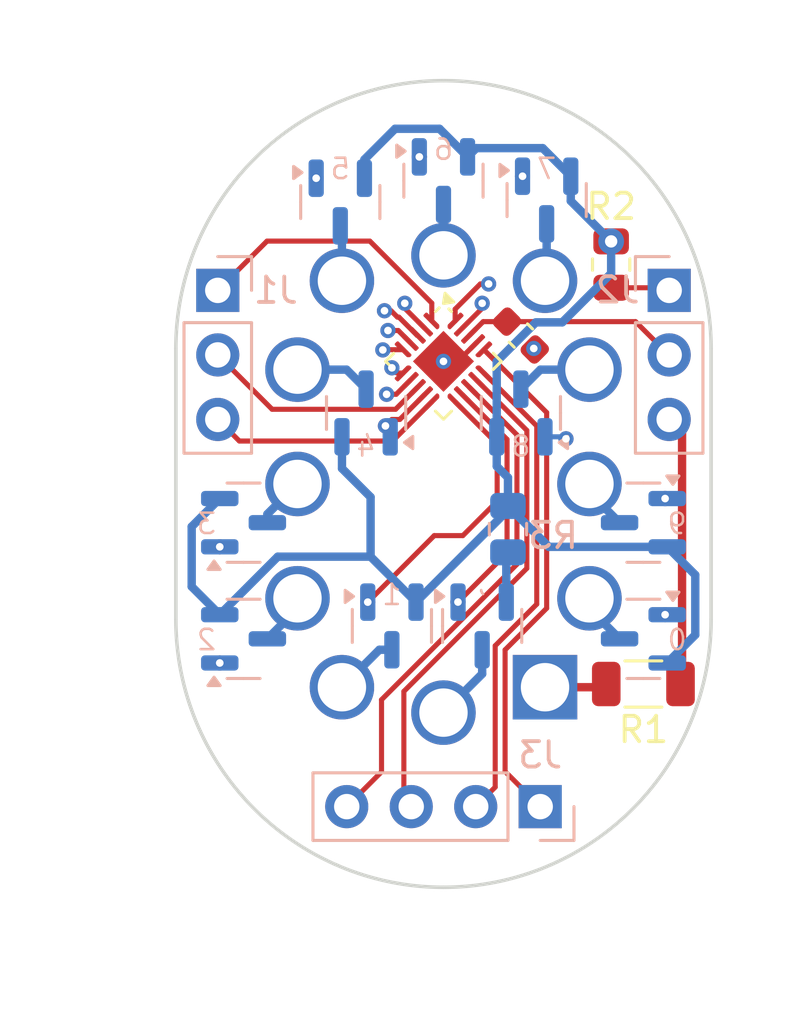
<source format=kicad_pcb>
(kicad_pcb (version 20240108) (generator "pcbnew") (generator_version "8.0")
  (layers (0 "F.Cu" signal) (1 "In1.Cu" signal) (2 "In2.Cu" signal) (31 "B.Cu" signal) (34 "B.Paste" user) (35 "F.Paste" user) (36 "B.SilkS" user "B.Silkscreen") (37 "F.SilkS" user "F.Silkscreen") (38 "B.Mask" user) (39 "F.Mask" user) (44 "Edge.Cuts" user))
  (net 0 "")
  (net 1 "GND")
  (net 2 "N_GND")
  (net 3 "/~{MCLR}")
  (net 4 "/ADDR1{slash}CLK")
  (net 5 "/ADDR0{slash}DAT")
  (net 6 "/Cathode_0")
  (net 7 "/Cathode_1")
  (net 8 "/Driver_1")
  (net 9 "/Cathode_2")
  (net 10 "/Driver_2")
  (net 11 "/Cathode_3")
  (net 12 "/Cathode_4")
  (net 13 "/Driver_5")
  (net 14 "/Cathode_6")
  (net 15 "/Cathode_7")
  (net 16 "/Driver_8")
  (net 17 "/Cathode_9")
  (net 18 "/Cathode_Dot")
  (net 19 "/Driver_9")
  (net 20 "/Driver_Dot")
  (net 21 "/Driver_0")
  (net 22 "/Driver_3")
  (net 23 "/Driver_6")
  (net 24 "/Driver_4")
  (net 25 "/Driver_7")
  (net 26 "Vdd")
  (net 27 "Vnn")
  (net 28 "/Cathode_8")
  (net 29 "Net-(V1-V+)")
  (net 30 "/Cathode_5")
  (net 31 "/SCL")
  (net 32 "/SDA")
  (net 33 "Net-(Q10-E)")
  (net 34 "/ADDR2")
  (net 35 "/ADDR3")
  (footprint "Package_DFN_QFN:VQFN-20-1EP_3x3mm_P0.4mm_EP1.7x1.7mm" (layer "F.Cu") (at 152.4 96.774 -45)
    (property "Reference" "U1" (hide yes))
    (property "Value" "PIC16F15243")
    (fp_line (start -1.61 1.61) (end -1.61 1.16) (stroke (width 0.12)) (layer "F.SilkS"))
    (fp_line (start -1.16 1.61) (end -1.61 1.61) (stroke (width 0.12)) (layer "F.SilkS"))
    (fp_line (start -1.61 -1.16) (end -1.61 -1.37) (stroke (width 0.12)) (layer "F.SilkS"))
    (fp_line (start 1.16 1.61) (end 1.61 1.61) (stroke (width 0.12)) (layer "F.SilkS"))
    (fp_line (start 1.61 1.61) (end 1.61 1.16) (stroke (width 0.12)) (layer "F.SilkS"))
    (fp_line (start -1.16 -1.61) (end -1.31 -1.61) (stroke (width 0.12)) (layer "F.SilkS"))
    (fp_line (start 1.16 -1.61) (end 1.61 -1.61) (stroke (width 0.12)) (layer "F.SilkS"))
    (fp_line (start 1.61 -1.61) (end 1.61 -1.16) (stroke (width 0.12)) (layer "F.SilkS"))
    (fp_poly (pts (xy -1.61 -1.61) (xy -1.85 -1.94) (xy -1.37 -1.94) (xy -1.61 -1.61)) (stroke (width 0.12)) (fill solid) (layer "F.SilkS"))
    (pad "1" smd custom (at -1.45 -0.8 315) (size 0.143431 0.143431) (layers "F.Cu" "F.Paste" "F.Mask") (net 3 "/~{MCLR}") (options (clearance outline) (anchor circle)) (primitives (gr_poly (pts (xy -0.35 -0.05) (xy 0.299289 -0.05) (xy 0.35 0.000711) (xy 0.35 0.05) (xy -0.35 0.05)) (width 0.1) (fill yes))))
    (pad "2" smd roundrect (at -1.45 -0.4 315) (size 0.8 0.2) (layers "F.Cu" "F.Paste" "F.Mask") (net 25 "/Driver_7"))
    (pad "3" smd roundrect (at -1.45 0 315) (size 0.8 0.2) (layers "F.Cu" "F.Paste" "F.Mask") (net 23 "/Driver_6"))
    (pad "4" smd roundrect (at -1.45 0.4 315) (size 0.8 0.2) (layers "F.Cu" "F.Paste" "F.Mask") (net 13 "/Driver_5"))
    (pad "5" smd custom (at -1.45 0.8 315) (size 0.143431 0.143431) (layers "F.Cu" "F.Paste" "F.Mask") (net 16 "/Driver_8") (options (clearance outline) (anchor circle)) (primitives (gr_poly (pts (xy -0.35 -0.05) (xy 0.35 -0.05) (xy 0.35 -0.000711) (xy 0.299289 0.05) (xy -0.35 0.05)) (width 0.1) (fill yes))))
    (pad "6" smd custom (at -0.8 1.45 315) (size 0.143431 0.143431) (layers "F.Cu" "F.Paste" "F.Mask") (net 22 "/Driver_3") (options (clearance outline) (anchor circle)) (primitives (gr_poly (pts (xy -0.05 -0.299289) (xy 0.000711 -0.35) (xy 0.05 -0.35) (xy 0.05 0.35) (xy -0.05 0.35)) (width 0.1) (fill yes))))
    (pad "7" smd roundrect (at -0.4 1.45 315) (size 0.2 0.8) (layers "F.Cu" "F.Paste" "F.Mask") (net 10 "/Driver_2"))
    (pad "8" smd roundrect (at 0 1.45 315) (size 0.2 0.8) (layers "F.Cu" "F.Paste" "F.Mask") (net 32 "/SDA"))
    (pad "9" smd roundrect (at 0.4 1.45 315) (size 0.2 0.8) (layers "F.Cu" "F.Paste" "F.Mask") (net 24 "/Driver_4"))
    (pad "10" smd custom (at 0.8 1.45 315) (size 0.143431 0.143431) (layers "F.Cu" "F.Paste" "F.Mask") (net 31 "/SCL") (options (clearance outline) (anchor circle)) (primitives (gr_poly (pts (xy -0.05 -0.35) (xy -0.000711 -0.35) (xy 0.05 -0.299289) (xy 0.05 0.35) (xy -0.05 0.35)) (width 0.1) (fill yes))))
    (pad "11" smd custom (at 1.45 0.8 315) (size 0.143431 0.143431) (layers "F.Cu" "F.Paste" "F.Mask") (net 8 "/Driver_1") (options (clearance outline) (anchor circle)) (primitives (gr_poly (pts (xy -0.35 -0.05) (xy 0.35 -0.05) (xy 0.35 0.05) (xy -0.299289 0.05) (xy -0.35 -0.000711)) (width 0.1) (fill yes))))
    (pad "12" smd roundrect (at 1.45 0.4 315) (size 0.8 0.2) (layers "F.Cu" "F.Paste" "F.Mask") (net 20 "/Driver_Dot"))
    (pad "13" smd roundrect (at 1.45 0 315) (size 0.8 0.2) (layers "F.Cu" "F.Paste" "F.Mask") (net 35 "/ADDR3"))
    (pad "14" smd roundrect (at 1.45 -0.4 315) (size 0.8 0.2) (layers "F.Cu" "F.Paste" "F.Mask") (net 34 "/ADDR2"))
    (pad "15" smd custom (at 1.45 -0.8 315) (size 0.143431 0.143431) (layers "F.Cu" "F.Paste" "F.Mask") (net 4 "/ADDR1{slash}CLK") (options (clearance outline) (anchor circle)) (primitives (gr_poly (pts (xy -0.35 0.000711) (xy -0.299289 -0.05) (xy 0.35 -0.05) (xy 0.35 0.05) (xy -0.35 0.05)) (width 0.1) (fill yes))))
    (pad "16" smd custom (at 0.8 -1.45 315) (size 0.143431 0.143431) (layers "F.Cu" "F.Paste" "F.Mask") (net 5 "/ADDR0{slash}DAT") (options (clearance outline) (anchor circle)) (primitives (gr_poly (pts (xy -0.05 -0.35) (xy 0.05 -0.35) (xy 0.05 0.299289) (xy -0.000711 0.35) (xy -0.05 0.35)) (width 0.1) (fill yes))))
    (pad "17" smd roundrect (at 0.4 -1.45 315) (size 0.2 0.8) (layers "F.Cu" "F.Paste" "F.Mask") (net 1 "GND"))
    (pad "18" smd roundrect (at 0 -1.45 315) (size 0.2 0.8) (layers "F.Cu" "F.Paste" "F.Mask") (net 26 "Vdd"))
    (pad "19" smd roundrect (at -0.4 -1.45 315) (size 0.2 0.8) (layers "F.Cu" "F.Paste" "F.Mask") (net 21 "/Driver_0"))
    (pad "20" smd custom (at -0.8 -1.45 315) (size 0.143431 0.143431) (layers "F.Cu" "F.Paste" "F.Mask") (net 19 "/Driver_9") (options (clearance outline) (anchor circle)) (primitives (gr_poly (pts (xy -0.05 -0.35) (xy 0.05 -0.35) (xy 0.05 0.35) (xy 0.000711 0.35) (xy -0.05 0.299289)) (width 0.1) (fill yes))))
    (pad "21" smd rect (at 0 0 315) (size 1.7 1.7) (property pad_prop_heatsink) (layers "F.Cu" "F.Mask") (net 1 "GND"))
  )
  (footprint "Capacitor_SMD:C_0603_1608Metric" (layer "F.Cu") (at 155.448 95.758 -45)
    (property "Reference" "C2" (hide yes))
    (property "Value" "100nF" (hide yes))
    (fp_line (start -0.140579 0.51) (end 0.140581 0.51) (stroke (width 0.12)) (layer "F.SilkS"))
    (fp_line (start -0.140581 -0.51) (end 0.140579 -0.51) (stroke (width 0.12)) (layer "F.SilkS"))
    (pad "1" smd roundrect (at -0.775 0 315) (size 0.9 0.95) (layers "F.Cu" "F.Paste" "F.Mask") (net 26 "Vdd"))
    (pad "2" smd roundrect (at 0.775 0 315) (size 0.9 0.95) (layers "F.Cu" "F.Paste" "F.Mask") (net 1 "GND"))
  )
  (footprint "Nixie:IN-12[A_B] with center hole" (layer "F.Cu") (at 152.4 101.6 180)
    (property "Reference" "V1" (hide yes))
    (property "Value" "IN-12B")
    (pad "" np_thru_hole circle (at 0 0 180) (size 3.5 3.5) (drill 3.5) (layers "F&B.Cu" "*.Mask"))
    (pad "1" thru_hole rect (at -4 -8 180) (size 2.54 2.54) (drill 1.905) (layers "*.Cu" "*.Mask") (net 29 "Net-(V1-V+)"))
    (pad "2" thru_hole circle (at -5.75 -4.5 180) (size 2.54 2.54) (drill 1.905) (layers "*.Cu" "*.Mask") (net 6 "/Cathode_0"))
    (pad "3" thru_hole circle (at -5.75 0 180) (size 2.54 2.54) (drill 1.905) (layers "*.Cu" "*.Mask") (net 17 "/Cathode_9"))
    (pad "4" thru_hole circle (at -5.75 4.5 180) (size 2.54 2.54) (drill 1.905) (layers "*.Cu" "*.Mask") (net 28 "/Cathode_8"))
    (pad "5" thru_hole circle (at -4 8 180) (size 2.54 2.54) (drill 1.905) (layers "*.Cu" "*.Mask") (net 15 "/Cathode_7"))
    (pad "6" thru_hole circle (at 0 9 180) (size 2.54 2.54) (drill 1.905) (layers "*.Cu" "*.Mask") (net 14 "/Cathode_6"))
    (pad "7" thru_hole circle (at 4 8 180) (size 2.54 2.54) (drill 1.905) (layers "*.Cu" "*.Mask") (net 30 "/Cathode_5"))
    (pad "8" thru_hole circle (at 5.75 4.5 180) (size 2.54 2.54) (drill 1.905) (layers "*.Cu" "*.Mask") (net 12 "/Cathode_4"))
    (pad "9" thru_hole circle (at 5.75 0 180) (size 2.54 2.54) (drill 1.905) (layers "*.Cu" "*.Mask") (net 11 "/Cathode_3"))
    (pad "10" thru_hole circle (at 5.75 -4.5 180) (size 2.54 2.54) (drill 1.905) (layers "*.Cu" "*.Mask") (net 9 "/Cathode_2"))
    (pad "11" thru_hole circle (at 4 -8 180) (size 2.54 2.54) (drill 1.905) (layers "*.Cu" "*.Mask") (net 7 "/Cathode_1"))
    (pad "12" thru_hole circle (at 0 -9 180) (size 2.54 2.54) (drill 1.905) (layers "*.Cu" "*.Mask") (net 18 "/Cathode_Dot"))
  )
  (footprint "Resistor_SMD:R_1206_3216Metric" (layer "F.Cu") (at 160.274 109.474)
    (property "Reference" "R1" (at 0 1.796051 0) (layer "F.SilkS"))
    (property "Value" "20k")
    (fp_line (start -0.727064 -0.91) (end 0.727064 -0.91) (stroke (width 0.12)) (layer "F.SilkS"))
    (fp_line (start -0.727064 0.91) (end 0.727064 0.91) (stroke (width 0.12)) (layer "F.SilkS"))
    (pad "1" smd roundrect (at -1.4625 0) (size 1.125 1.75) (layers "F.Cu" "F.Paste" "F.Mask") (roundrect_rratio 0.222222) (net 29 "Net-(V1-V+)"))
    (pad "2" smd roundrect (at 1.4625 0) (size 1.125 1.75) (layers "F.Cu" "F.Paste" "F.Mask") (roundrect_rratio 0.222222) (net 27 "Vnn"))
  )
  (footprint "Resistor_SMD:R_0805_2012Metric" (layer "F.Cu") (at 159.004 92.964 -90)
    (property "Reference" "R2" (at -2.286 0 180) (layer "F.SilkS"))
    (property "Value" "2.2k")
    (fp_line (start -0.227064 0.735) (end 0.227064 0.735) (stroke (width 0.12)) (layer "F.SilkS"))
    (fp_line (start -0.227064 -0.735) (end 0.227064 -0.735) (stroke (width 0.12)) (layer "F.SilkS"))
    (pad "1" smd roundrect (at -0.9125 0 270) (size 1.025 1.4) (layers "F.Cu" "F.Paste" "F.Mask") (roundrect_rratio 0.243902) (net 2 "N_GND"))
    (pad "2" smd roundrect (at 0.9125 0 270) (size 1.025 1.4) (layers "F.Cu" "F.Paste" "F.Mask") (roundrect_rratio 0.243902) (net 1 "GND"))
  )
  (footprint "Package_TO_SOT_SMD:SOT-23" (layer "B.Cu") (at 150.368 107.188 -90)
    (property "Reference" "Q1" (hide yes))
    (property "Value" "MMBTA42LT1G" (hide yes))
    (fp_line (start -0.65 1.56) (end 0 1.56) (stroke (width 0.12)) (layer "B.SilkS"))
    (fp_line (start 0.65 1.56) (end 0 1.56) (stroke (width 0.12)) (layer "B.SilkS"))
    (fp_line (start -0.65 -1.56) (end 0 -1.56) (stroke (width 0.12)) (layer "B.SilkS"))
    (fp_line (start 0.65 -1.56) (end 0 -1.56) (stroke (width 0.12)) (layer "B.SilkS"))
    (fp_poly (pts (xy -1.1625 1.51) (xy -1.4025 1.84) (xy -0.9225 1.84) (xy -1.1625 1.51)) (stroke (width 0.12)) (fill solid) (layer "B.SilkS"))
    (pad "1" smd roundrect (at -0.9375 0.95 270) (size 1.475 0.6) (layers "B.Cu" "B.Paste" "B.Mask") (net 8 "/Driver_1"))
    (pad "2" smd roundrect (at -0.9375 -0.95 270) (size 1.475 0.6) (layers "B.Cu" "B.Paste" "B.Mask") (net 2 "N_GND"))
    (pad "3" smd roundrect (at 0.9375 0 270) (size 1.475 0.6) (layers "B.Cu" "B.Paste" "B.Mask") (net 7 "/Cathode_1"))
  )
  (footprint "Package_TO_SOT_SMD:SOT-23" (layer "B.Cu") (at 152.399525 89.662 -89.971)
    (property "Reference" "Q6" (hide yes))
    (property "Value" "MMBTA42LT1G" (hide yes))
    (fp_line (start -0.65 1.56) (end 0 1.56) (stroke (width 0.12)) (layer "B.SilkS"))
    (fp_line (start 0.65 1.56) (end 0 1.56) (stroke (width 0.12)) (layer "B.SilkS"))
    (fp_line (start -0.65 -1.56) (end 0 -1.56) (stroke (width 0.12)) (layer "B.SilkS"))
    (fp_line (start 0.65 -1.56) (end 0 -1.56) (stroke (width 0.12)) (layer "B.SilkS"))
    (fp_poly (pts (xy -1.1625 1.51) (xy -1.4025 1.84) (xy -0.9225 1.84) (xy -1.1625 1.51)) (stroke (width 0.12)) (fill solid) (layer "B.SilkS"))
    (pad "1" smd roundrect (at -0.9375 0.95 270.029) (size 1.475 0.6) (layers "B.Cu" "B.Paste" "B.Mask") (net 23 "/Driver_6"))
    (pad "2" smd roundrect (at -0.9375 -0.95 270.029) (size 1.475 0.6) (layers "B.Cu" "B.Paste" "B.Mask") (net 2 "N_GND"))
    (pad "3" smd roundrect (at 0.9375 0 270.029) (size 1.475 0.6) (layers "B.Cu" "B.Paste" "B.Mask") (net 14 "/Cathode_6"))
  )
  (footprint "Connector_PinHeader_2.54mm:PinHeader_1x03_P2.54mm_Vertical" (layer "B.Cu") (at 143.51 93.98 180)
    (property "Reference" "J1" (at -2.286 0 0) (layer "B.SilkS") (effects (justify mirror)))
    (property "Value" "Conn_02x03_Odd_Even")
    (fp_line (start 1.33 -1.27) (end -1.33 -1.27) (stroke (width 0.12)) (layer "B.SilkS"))
    (fp_line (start 1.33 -6.41) (end 1.33 -1.27) (stroke (width 0.12)) (layer "B.SilkS"))
    (fp_line (start 1.33 -6.41) (end -1.33 -6.41) (stroke (width 0.12)) (layer "B.SilkS"))
    (fp_line (start 0 1.33) (end -1.33 1.33) (stroke (width 0.12)) (layer "B.SilkS"))
    (fp_line (start -1.33 1.33) (end -1.33 0) (stroke (width 0.12)) (layer "B.SilkS"))
    (fp_line (start -1.33 -6.41) (end -1.33 -1.27) (stroke (width 0.12)) (layer "B.SilkS"))
    (pad "1" thru_hole rect (at 0 0 180) (size 1.7 1.7) (drill 1) (layers "*.Cu" "*.Mask") (net 3 "/~{MCLR}"))
    (pad "2" thru_hole oval (at 0 -2.54 180) (size 1.7 1.7) (drill 1) (layers "*.Cu" "*.Mask") (net 32 "/SDA"))
    (pad "3" thru_hole oval (at 0 -5.08 180) (size 1.7 1.7) (drill 1) (layers "*.Cu" "*.Mask") (net 31 "/SCL"))
  )
  (footprint "Resistor_SMD:R_0805_2012Metric" (layer "B.Cu") (at 154.94 103.378 90)
    (property "Reference" "R3" (at -0.254 1.778 180) (layer "B.SilkS") (effects (justify mirror)))
    (property "Value" "0")
    (fp_line (start 0.227064 -0.735) (end -0.227064 -0.735) (stroke (width 0.12)) (layer "B.SilkS"))
    (fp_line (start 0.227064 0.735) (end -0.227064 0.735) (stroke (width 0.12)) (layer "B.SilkS"))
    (pad "1" smd roundrect (at -0.9125 0 90) (size 1.025 1.4) (layers "B.Cu" "B.Paste" "B.Mask") (roundrect_rratio 0.243902) (net 33 "Net-(Q10-E)"))
    (pad "2" smd roundrect (at 0.9125 0 90) (size 1.025 1.4) (layers "B.Cu" "B.Paste" "B.Mask") (roundrect_rratio 0.243902) (net 2 "N_GND"))
  )
  (footprint "Connector_PinHeader_2.54mm:PinHeader_1x04_P2.54mm_Vertical" (layer "B.Cu") (at 156.21 114.3 90)
    (property "Reference" "J3" (at 2.032 0 0) (layer "B.SilkS") (effects (justify mirror)))
    (property "Value" "Conn_02x03_Odd_Even")
    (fp_line (start 1.33 -8.95) (end -1.33 -8.95) (stroke (width 0.12)) (layer "B.SilkS"))
    (fp_line (start 1.33 -8.95) (end 1.33 -1.27) (stroke (width 0.12)) (layer "B.SilkS"))
    (fp_line (start -1.33 -8.95) (end -1.33 -1.27) (stroke (width 0.12)) (layer "B.SilkS"))
    (fp_line (start 1.33 -1.27) (end -1.33 -1.27) (stroke (width 0.12)) (layer "B.SilkS"))
    (fp_line (start 0 1.33) (end -1.33 1.33) (stroke (width 0.12)) (layer "B.SilkS"))
    (fp_line (start -1.33 1.33) (end -1.33 0) (stroke (width 0.12)) (layer "B.SilkS"))
    (pad "1" thru_hole rect (at 0 0 90) (size 1.7 1.7) (drill 1) (layers "*.Cu" "*.Mask") (net 5 "/ADDR0{slash}DAT"))
    (pad "2" thru_hole oval (at 0 -2.54 90) (size 1.7 1.7) (drill 1) (layers "*.Cu" "*.Mask") (net 4 "/ADDR1{slash}CLK"))
    (pad "3" thru_hole oval (at 0 -5.08 90) (size 1.7 1.7) (drill 1) (layers "*.Cu" "*.Mask") (net 34 "/ADDR2"))
    (pad "4" thru_hole oval (at 0 -7.62 90) (size 1.7 1.7) (drill 1) (layers "*.Cu" "*.Mask") (net 35 "/ADDR3"))
  )
  (footprint "Package_TO_SOT_SMD:SOT-23" (layer "B.Cu") (at 144.526 103.124)
    (property "Reference" "Q3" (hide yes))
    (property "Value" "MMBTA42LT1G" (hide yes))
    (fp_line (start -0.65 -1.56) (end 0 -1.56) (stroke (width 0.12)) (layer "B.SilkS"))
    (fp_line (start -0.65 1.56) (end 0 1.56) (stroke (width 0.12)) (layer "B.SilkS"))
    (fp_line (start 0.65 -1.56) (end 0 -1.56) (stroke (width 0.12)) (layer "B.SilkS"))
    (fp_line (start 0.65 1.56) (end 0 1.56) (stroke (width 0.12)) (layer "B.SilkS"))
    (fp_poly (pts (xy -1.1625 1.51) (xy -1.4025 1.84) (xy -0.9225 1.84) (xy -1.1625 1.51)) (stroke (width 0.12)) (fill solid) (layer "B.SilkS"))
    (pad "1" smd roundrect (at -0.9375 0.95) (size 1.475 0.6) (layers "B.Cu" "B.Paste" "B.Mask") (net 22 "/Driver_3"))
    (pad "2" smd roundrect (at -0.9375 -0.95) (size 1.475 0.6) (layers "B.Cu" "B.Paste" "B.Mask") (net 2 "N_GND"))
    (pad "3" smd roundrect (at 0.9375 0) (size 1.475 0.6) (layers "B.Cu" "B.Paste" "B.Mask") (net 11 "/Cathode_3"))
  )
  (footprint "Package_TO_SOT_SMD:SOT-23" (layer "B.Cu") (at 144.526 107.696)
    (property "Reference" "Q2" (hide yes))
    (property "Value" "MMBTA42LT1G" (hide yes))
    (fp_line (start -0.65 -1.56) (end 0 -1.56) (stroke (width 0.12)) (layer "B.SilkS"))
    (fp_line (start -0.65 1.56) (end 0 1.56) (stroke (width 0.12)) (layer "B.SilkS"))
    (fp_line (start 0.65 -1.56) (end 0 -1.56) (stroke (width 0.12)) (layer "B.SilkS"))
    (fp_line (start 0.65 1.56) (end 0 1.56) (stroke (width 0.12)) (layer "B.SilkS"))
    (fp_poly (pts (xy -1.1625 1.51) (xy -1.4025 1.84) (xy -0.9225 1.84) (xy -1.1625 1.51)) (stroke (width 0.12)) (fill solid) (layer "B.SilkS"))
    (pad "1" smd roundrect (at -0.9375 0.95) (size 1.475 0.6) (layers "B.Cu" "B.Paste" "B.Mask") (net 10 "/Driver_2"))
    (pad "2" smd roundrect (at -0.9375 -0.95) (size 1.475 0.6) (layers "B.Cu" "B.Paste" "B.Mask") (net 2 "N_GND"))
    (pad "3" smd roundrect (at 0.9375 0) (size 1.475 0.6) (layers "B.Cu" "B.Paste" "B.Mask") (net 9 "/Cathode_2"))
  )
  (footprint "Package_TO_SOT_SMD:SOT-23" (layer "B.Cu") (at 160.274 103.124 180)
    (property "Reference" "Q9" (hide yes))
    (property "Value" "MMBTA42LT1G" (hide yes))
    (fp_line (start 0.65 1.56) (end 0 1.56) (stroke (width 0.12)) (layer "B.SilkS"))
    (fp_line (start 0.65 -1.56) (end 0 -1.56) (stroke (width 0.12)) (layer "B.SilkS"))
    (fp_line (start -0.65 1.56) (end 0 1.56) (stroke (width 0.12)) (layer "B.SilkS"))
    (fp_line (start -0.65 -1.56) (end 0 -1.56) (stroke (width 0.12)) (layer "B.SilkS"))
    (fp_poly (pts (xy -1.1625 1.51) (xy -1.4025 1.84) (xy -0.9225 1.84) (xy -1.1625 1.51)) (stroke (width 0.12)) (fill solid) (layer "B.SilkS"))
    (pad "1" smd roundrect (at -0.9375 0.95 180) (size 1.475 0.6) (layers "B.Cu" "B.Paste" "B.Mask") (net 19 "/Driver_9"))
    (pad "2" smd roundrect (at -0.9375 -0.95 180) (size 1.475 0.6) (layers "B.Cu" "B.Paste" "B.Mask") (net 2 "N_GND"))
    (pad "3" smd roundrect (at 0.9375 0 180) (size 1.475 0.6) (layers "B.Cu" "B.Paste" "B.Mask") (net 17 "/Cathode_9"))
  )
  (footprint "Package_TO_SOT_SMD:SOT-23" (layer "B.Cu") (at 156.464 90.424 -90)
    (property "Reference" "Q7" (hide yes))
    (property "Value" "MMBTA42LT1G" (hide yes))
    (fp_line (start -0.65 1.56) (end 0 1.56) (stroke (width 0.12)) (layer "B.SilkS"))
    (fp_line (start 0.65 1.56) (end 0 1.56) (stroke (width 0.12)) (layer "B.SilkS"))
    (fp_line (start -0.65 -1.56) (end 0 -1.56) (stroke (width 0.12)) (layer "B.SilkS"))
    (fp_line (start 0.65 -1.56) (end 0 -1.56) (stroke (width 0.12)) (layer "B.SilkS"))
    (fp_poly (pts (xy -1.1625 1.51) (xy -1.4025 1.84) (xy -0.9225 1.84) (xy -1.1625 1.51)) (stroke (width 0.12)) (fill solid) (layer "B.SilkS"))
    (pad "1" smd roundrect (at -0.9375 0.95 270) (size 1.475 0.6) (layers "B.Cu" "B.Paste" "B.Mask") (net 25 "/Driver_7"))
    (pad "2" smd roundrect (at -0.9375 -0.95 270) (size 1.475 0.6) (layers "B.Cu" "B.Paste" "B.Mask") (net 2 "N_GND"))
    (pad "3" smd roundrect (at 0.9375 0 270) (size 1.475 0.6) (layers "B.Cu" "B.Paste" "B.Mask") (net 15 "/Cathode_7"))
  )
  (footprint "Package_TO_SOT_SMD:SOT-23" (layer "B.Cu") (at 149.352 98.806 90)
    (property "Reference" "Q4" (hide yes))
    (property "Value" "MMBTA42LT1G" (hide yes))
    (fp_line (start 0.65 -1.56) (end 0 -1.56) (stroke (width 0.12)) (layer "B.SilkS"))
    (fp_line (start -0.65 -1.56) (end 0 -1.56) (stroke (width 0.12)) (layer "B.SilkS"))
    (fp_line (start 0.65 1.56) (end 0 1.56) (stroke (width 0.12)) (layer "B.SilkS"))
    (fp_line (start -0.65 1.56) (end 0 1.56) (stroke (width 0.12)) (layer "B.SilkS"))
    (fp_poly (pts (xy -1.1625 1.51) (xy -1.4025 1.84) (xy -0.9225 1.84) (xy -1.1625 1.51)) (stroke (width 0.12)) (fill solid) (layer "B.SilkS"))
    (pad "1" smd roundrect (at -0.9375 0.95 90) (size 1.475 0.6) (layers "B.Cu" "B.Paste" "B.Mask") (net 24 "/Driver_4"))
    (pad "2" smd roundrect (at -0.9375 -0.95 90) (size 1.475 0.6) (layers "B.Cu" "B.Paste" "B.Mask") (net 2 "N_GND"))
    (pad "3" smd roundrect (at 0.9375 0 90) (size 1.475 0.6) (layers "B.Cu" "B.Paste" "B.Mask") (net 12 "/Cathode_4"))
  )
  (footprint "Package_TO_SOT_SMD:SOT-23" (layer "B.Cu") (at 160.274 107.696 180)
    (property "Reference" "Q0" (hide yes))
    (property "Value" "MMBTA42LT1G" (hide yes))
    (fp_line (start 0.65 1.56) (end 0 1.56) (stroke (width 0.12)) (layer "B.SilkS"))
    (fp_line (start 0.65 -1.56) (end 0 -1.56) (stroke (width 0.12)) (layer "B.SilkS"))
    (fp_line (start -0.65 1.56) (end 0 1.56) (stroke (width 0.12)) (layer "B.SilkS"))
    (fp_line (start -0.65 -1.56) (end 0 -1.56) (stroke (width 0.12)) (layer "B.SilkS"))
    (fp_poly (pts (xy -1.1625 1.51) (xy -1.4025 1.84) (xy -0.9225 1.84) (xy -1.1625 1.51)) (stroke (width 0.12)) (fill solid) (layer "B.SilkS"))
    (pad "1" smd roundrect (at -0.9375 0.95 180) (size 1.475 0.6) (layers "B.Cu" "B.Paste" "B.Mask") (net 21 "/Driver_0"))
    (pad "2" smd roundrect (at -0.9375 -0.95 180) (size 1.475 0.6) (layers "B.Cu" "B.Paste" "B.Mask") (net 2 "N_GND"))
    (pad "3" smd roundrect (at 0.9375 0 180) (size 1.475 0.6) (layers "B.Cu" "B.Paste" "B.Mask") (net 6 "/Cathode_0"))
  )
  (footprint "Package_TO_SOT_SMD:SOT-23" (layer "B.Cu") (at 155.448 98.806 90)
    (property "Reference" "Q8" (hide yes))
    (property "Value" "MMBTA42LT1G" (hide yes))
    (fp_line (start 0.65 -1.56) (end 0 -1.56) (stroke (width 0.12)) (layer "B.SilkS"))
    (fp_line (start -0.65 -1.56) (end 0 -1.56) (stroke (width 0.12)) (layer "B.SilkS"))
    (fp_line (start 0.65 1.56) (end 0 1.56) (stroke (width 0.12)) (layer "B.SilkS"))
    (fp_line (start -0.65 1.56) (end 0 1.56) (stroke (width 0.12)) (layer "B.SilkS"))
    (fp_poly (pts (xy -1.1625 1.51) (xy -1.4025 1.84) (xy -0.9225 1.84) (xy -1.1625 1.51)) (stroke (width 0.12)) (fill solid) (layer "B.SilkS"))
    (pad "1" smd roundrect (at -0.9375 0.95 90) (size 1.475 0.6) (layers "B.Cu" "B.Paste" "B.Mask") (net 16 "/Driver_8"))
    (pad "2" smd roundrect (at -0.9375 -0.95 90) (size 1.475 0.6) (layers "B.Cu" "B.Paste" "B.Mask") (net 2 "N_GND"))
    (pad "3" smd roundrect (at 0.9375 0 90) (size 1.475 0.6) (layers "B.Cu" "B.Paste" "B.Mask") (net 28 "/Cathode_8"))
  )
  (footprint "Package_TO_SOT_SMD:SOT-23" (layer "B.Cu") (at 153.924 107.188 -90)
    (property "Reference" "Q10" (hide yes))
    (property "Value" "MMBTA42LT1G" (hide yes))
    (fp_line (start -0.65 1.56) (end 0 1.56) (stroke (width 0.12)) (layer "B.SilkS"))
    (fp_line (start 0.65 1.56) (end 0 1.56) (stroke (width 0.12)) (layer "B.SilkS"))
    (fp_line (start -0.65 -1.56) (end 0 -1.56) (stroke (width 0.12)) (layer "B.SilkS"))
    (fp_line (start 0.65 -1.56) (end 0 -1.56) (stroke (width 0.12)) (layer "B.SilkS"))
    (fp_poly (pts (xy -1.1625 1.51) (xy -1.4025 1.84) (xy -0.9225 1.84) (xy -1.1625 1.51)) (stroke (width 0.12)) (fill solid) (layer "B.SilkS"))
    (pad "1" smd roundrect (at -0.9375 0.95 270) (size 1.475 0.6) (layers "B.Cu" "B.Paste" "B.Mask") (net 20 "/Driver_Dot"))
    (pad "2" smd roundrect (at -0.9375 -0.95 270) (size 1.475 0.6) (layers "B.Cu" "B.Paste" "B.Mask") (net 33 "Net-(Q10-E)"))
    (pad "3" smd roundrect (at 0.9375 0 270) (size 1.475 0.6) (layers "B.Cu" "B.Paste" "B.Mask") (net 18 "/Cathode_Dot"))
  )
  (footprint "Package_TO_SOT_SMD:SOT-23" (layer "B.Cu") (at 148.336 90.5025 -90)
    (property "Reference" "Q5" (hide yes))
    (property "Value" "MMBTA42LT1G" (hide yes))
    (fp_line (start -0.65 1.56) (end 0 1.56) (stroke (width 0.12)) (layer "B.SilkS"))
    (fp_line (start 0.65 1.56) (end 0 1.56) (stroke (width 0.12)) (layer "B.SilkS"))
    (fp_line (start -0.65 -1.56) (end 0 -1.56) (stroke (width 0.12)) (layer "B.SilkS"))
    (fp_line (start 0.65 -1.56) (end 0 -1.56) (stroke (width 0.12)) (layer "B.SilkS"))
    (fp_poly (pts (xy -1.1625 1.51) (xy -1.4025 1.84) (xy -0.9225 1.84) (xy -1.1625 1.51)) (stroke (width 0.12)) (fill solid) (layer "B.SilkS"))
    (pad "1" smd roundrect (at -0.9375 0.95 270) (size 1.475 0.6) (layers "B.Cu" "B.Paste" "B.Mask") (net 13 "/Driver_5"))
    (pad "2" smd roundrect (at -0.9375 -0.95 270) (size 1.475 0.6) (layers "B.Cu" "B.Paste" "B.Mask") (net 2 "N_GND"))
    (pad "3" smd roundrect (at 0.9375 0 270) (size 1.475 0.6) (layers "B.Cu" "B.Paste" "B.Mask") (net 30 "/Cathode_5"))
  )
  (footprint "Connector_PinHeader_2.54mm:PinHeader_1x03_P2.54mm_Vertical" (layer "B.Cu") (at 161.29 93.98 180)
    (property "Reference" "J2" (at 2.032 0.015 0) (layer "B.SilkS") (effects (justify mirror)))
    (property "Value" "Conn_01x03")
    (fp_line (start 1.33 1.33) (end 1.33 0) (stroke (width 0.12)) (layer "B.SilkS"))
    (fp_line (start 1.33 -1.27) (end -1.33 -1.27) (stroke (width 0.12)) (layer "B.SilkS"))
    (fp_line (start 1.33 -6.41) (end 1.33 -1.27) (stroke (width 0.12)) (layer "B.SilkS"))
    (fp_line (start 1.33 -6.41) (end -1.33 -6.41) (stroke (width 0.12)) (layer "B.SilkS"))
    (fp_line (start 0 1.33) (end 1.33 1.33) (stroke (width 0.12)) (layer "B.SilkS"))
    (fp_line (start -1.33 -6.41) (end -1.33 -1.27) (stroke (width 0.12)) (layer "B.SilkS"))
    (pad "1" thru_hole rect (at 0 0 180) (size 1.7 1.7) (drill 1) (layers "*.Cu" "*.Mask") (net 1 "GND"))
    (pad "2" thru_hole oval (at 0 -2.54 180) (size 1.7 1.7) (drill 1) (layers "*.Cu" "*.Mask") (net 26 "Vdd"))
    (pad "3" thru_hole oval (at 0 -5.08 180) (size 1.7 1.7) (drill 1) (layers "*.Cu" "*.Mask") (net 27 "Vnn"))
  )
  (gr_arc (start 162.941001 106.934001) (mid 159.8536 114.387601) (end 152.4 117.475) (stroke (width 0.14)) (layer "Edge.Cuts"))
  (gr_line (start 162.941 106.934) (end 162.941 96.266) (stroke (width 0.14)) (layer "Edge.Cuts"))
  (gr_arc (start 152.400001 85.725001) (mid 159.8536 88.812401) (end 162.941 96.266) (stroke (width 0.14)) (layer "Edge.Cuts"))
  (gr_arc (start 141.858999 96.265999) (mid 144.9464 88.812399) (end 152.4 85.725) (stroke (width 0.14)) (layer "Edge.Cuts"))
  (gr_arc (start 152.399999 117.474999) (mid 144.9464 114.387599) (end 141.859 106.934) (stroke (width 0.14)) (layer "Edge.Cuts"))
  (gr_line (start 141.859 96.266) (end 141.859 106.934) (stroke (width 0.14)) (layer "Edge.Cuts"))
  (gr_text "4" (at 149.352 100.584 0) (layer "B.SilkS") (effects (font (size 0.8 0.8) (thickness 0.1)) (justify bottom mirror)))
  (gr_text "3" (at 143.51 103.632 0) (layer "B.SilkS") (effects (font (size 0.8 0.8) (thickness 0.1)) (justify left bottom mirror)))
  (gr_text "6" (at 152.4 88.9 0) (layer "B.SilkS") (effects (font (size 0.8 0.8) (thickness 0.1)) (justify bottom mirror)))
  (gr_text "8" (at 155.448 100.584 0) (layer "B.SilkS") (effects (font (size 0.8 0.8) (thickness 0.1)) (justify bottom mirror)))
  (gr_text "7" (at 156.464 89.662 0) (layer "B.SilkS") (effects (font (size 0.8 0.8) (thickness 0.1)) (justify bottom mirror)))
  (gr_text "," (at 153.924 105.918 0) (layer "B.SilkS") (effects (font (size 0.8 0.8) (thickness 0.1)) (justify bottom mirror)))
  (gr_text "5" (at 148.336 89.662 0) (layer "B.SilkS") (effects (font (size 0.8 0.8) (thickness 0.1)) (justify bottom mirror)))
  (gr_text "0" (at 162.052 108.204 0) (layer "B.SilkS") (effects (font (size 0.8 0.8) (thickness 0.1)) (justify left bottom mirror)))
  (gr_text "1" (at 150.368 106.426 0) (layer "B.SilkS") (effects (font (size 0.8 0.8) (thickness 0.1)) (justify bottom mirror)))
  (gr_text "9" (at 162.052 103.632 0) (layer "B.SilkS") (effects (font (size 0.8 0.8) (thickness 0.1)) (justify left bottom mirror)))
  (gr_text "2" (at 143.51 108.204 0) (layer "B.SilkS") (effects (font (size 0.8 0.8) (thickness 0.1)) (justify left bottom mirror)))
  (segment (start 152.4 96.774) (end 152.965683 96.774) (width 0.2) (layer "F.Cu") (net 1))
  (segment (start 152.965683 96.774) (end 153.708147 96.031536) (width 0.2) (layer "F.Cu") (net 1))
  (segment (start 159.004 93.8765) (end 161.1715 93.8765) (width 0.2) (layer "F.Cu") (net 1))
  (segment (start 161.1715 93.8765) (end 161.29 93.995) (width 0.2) (layer "F.Cu") (net 1))
  (segment (start 155.996008 96.306008) (end 155.956 96.266) (width 0.2) (layer "F.Cu") (net 1))
  (via (at 152.4 96.774) (size 0.6) (drill 0.3) (layers "F.Cu" "B.Cu") (net 1))
  (via (at 155.956 96.266) (size 0.6) (drill 0.3) (layers "F.Cu" "B.Cu") (net 1))
  (via (at 159.004 92.0515) (size 1.016) (drill 0.485667) (layers "F.Cu" "B.Cu") (net 2))
  (segment (start 154.498 99.7435) (end 154.498 96.779022) (width 0.33) (layer "B.Cu") (net 2))
  (segment (start 149.286 88.827501) (end 150.494303 87.619198) (width 0.33) (layer "B.Cu") (net 2))
  (segment (start 154.94 102.6285) (end 154.94 102.4655) (width 0.33) (layer "B.Cu") (net 2))
  (segment (start 157.414 90.4615) (end 159.004 92.0515) (width 0.33) (layer "B.Cu") (net 2))
  (segment (start 151.318 106.2505) (end 149.5293 104.4618) (width 0.33) (layer "B.Cu") (net 2))
  (segment (start 142.4828 105.6403) (end 143.5885 106.746) (width 0.33) (layer "B.Cu") (net 2))
  (segment (start 148.402 100.988999) (end 149.5293 102.116299) (width 0.33) (layer "B.Cu") (net 2))
  (segment (start 157.078565 95.2382) (end 159.004 93.312765) (width 0.33) (layer "B.Cu") (net 2))
  (segment (start 157.414 89.4865) (end 157.414 90.4615) (width 0.33) (layer "B.Cu") (net 2))
  (segment (start 148.402 99.7435) (end 148.402 100.988999) (width 0.33) (layer "B.Cu") (net 2))
  (segment (start 149.5293 102.116299) (end 149.5293 104.4618) (width 0.33) (layer "B.Cu") (net 2))
  (segment (start 153.34905 88.724019) (end 153.692269 88.3808) (width 0.33) (layer "B.Cu") (net 2))
  (segment (start 156.3083 88.3808) (end 157.414 89.4865) (width 0.33) (layer "B.Cu") (net 2))
  (segment (start 149.5293 104.4618) (end 145.8727 104.4618) (width 0.33) (layer "B.Cu") (net 2))
  (segment (start 152.244229 87.619198) (end 153.34905 88.724019) (width 0.33) (layer "B.Cu") (net 2))
  (segment (start 154.498 100.904) (end 154.498 99.7435) (width 0.33) (layer "B.Cu") (net 2))
  (segment (start 149.286 89.565) (end 149.286 88.827501) (width 0.33) (layer "B.Cu") (net 2))
  (segment (start 159.004 93.312765) (end 159.004 92.0515) (width 0.33) (layer "B.Cu") (net 2))
  (segment (start 153.692269 88.3808) (end 156.3083 88.3808) (width 0.33) (layer "B.Cu") (net 2))
  (segment (start 151.318 106.2505) (end 154.94 102.6285) (width 0.33) (layer "B.Cu") (net 2))
  (segment (start 143.5885 102.174) (end 142.4828 103.2797) (width 0.33) (layer "B.Cu") (net 2))
  (segment (start 161.2115 108.646) (end 162.3172 107.5403) (width 0.33) (layer "B.Cu") (net 2))
  (segment (start 156.038822 95.2382) (end 157.078565 95.2382) (width 0.33) (layer "B.Cu") (net 2))
  (segment (start 156.5485 104.074) (end 161.2115 104.074) (width 0.33) (layer "B.Cu") (net 2))
  (segment (start 154.94 101.346) (end 154.498 100.904) (width 0.33) (layer "B.Cu") (net 2))
  (segment (start 154.94 102.4655) (end 156.5485 104.074) (width 0.33) (layer "B.Cu") (net 2))
  (segment (start 154.94 102.4655) (end 154.94 101.346) (width 0.33) (layer "B.Cu") (net 2))
  (segment (start 162.3172 107.5403) (end 162.3172 105.1797) (width 0.33) (layer "B.Cu") (net 2))
  (segment (start 150.494303 87.619198) (end 152.244229 87.619198) (width 0.33) (layer "B.Cu") (net 2))
  (segment (start 154.498 96.779022) (end 156.038822 95.2382) (width 0.33) (layer "B.Cu") (net 2))
  (segment (start 162.3172 105.1797) (end 161.2115 104.074) (width 0.33) (layer "B.Cu") (net 2))
  (segment (start 142.4828 103.2797) (end 142.4828 105.6403) (width 0.33) (layer "B.Cu") (net 2))
  (segment (start 145.8727 104.4618) (end 143.5885 106.746) (width 0.33) (layer "B.Cu") (net 2))
  (segment (start 149.499087 92.04) (end 145.45 92.04) (width 0.2) (layer "F.Cu") (net 3))
  (segment (start 151.940381 95.18301) (end 151.940381 94.481294) (width 0.2) (layer "F.Cu") (net 3))
  (segment (start 151.940381 94.481294) (end 149.499087 92.04) (width 0.2) (layer "F.Cu") (net 3))
  (segment (start 145.45 92.04) (end 143.51 93.98) (width 0.2) (layer "F.Cu") (net 3))
  (segment (start 154.4368 107.967922) (end 154.4368 113.5332) (width 0.2) (layer "F.Cu") (net 4))
  (segment (start 153.99099 97.233619) (end 156.074 99.316629) (width 0.2) (layer "F.Cu") (net 4))
  (segment (start 156.074 99.316629) (end 156.074 106.330722) (width 0.2) (layer "F.Cu") (net 4))
  (segment (start 156.074 106.330722) (end 154.4368 107.967922) (width 0.2) (layer "F.Cu") (net 4))
  (segment (start 154.4368 113.5332) (end 153.67 114.3) (width 0.2) (layer "F.Cu") (net 4))
  (segment (start 156.464 98.787391) (end 156.464 106.492266) (width 0.2) (layer "F.Cu") (net 5))
  (segment (start 153.99099 96.314381) (end 156.464 98.787391) (width 0.2) (layer "F.Cu") (net 5))
  (segment (start 154.8268 112.9168) (end 156.21 114.3) (width 0.2) (layer "F.Cu") (net 5))
  (segment (start 156.464 106.492266) (end 154.8268 108.129466) (width 0.2) (layer "F.Cu") (net 5))
  (segment (start 154.8268 108.129466) (end 154.8268 112.9168) (width 0.2) (layer "F.Cu") (net 5))
  (segment (start 159.3365 107.696) (end 158.15 106.5095) (width 0.33) (layer "B.Cu") (net 6))
  (segment (start 158.15 106.5095) (end 158.15 106.1) (width 0.33) (layer "B.Cu") (net 6))
  (segment (start 148.4 109.6) (end 149.874499 108.125501) (width 0.33) (layer "B.Cu") (net 7))
  (segment (start 149.874499 108.125501) (end 150.368 108.125501) (width 0.33) (layer "B.Cu") (net 7))
  (segment (start 152.859619 98.36499) (end 154.514 100.019371) (width 0.2) (layer "F.Cu") (net 8))
  (segment (start 152.0365 103.632) (end 149.418 106.2505) (width 0.2) (layer "F.Cu") (net 8))
  (segment (start 153.1639 103.632) (end 152.0365 103.632) (width 0.2) (layer "F.Cu") (net 8))
  (segment (start 154.514 100.019371) (end 154.514 102.2819) (width 0.2) (layer "F.Cu") (net 8))
  (segment (start 154.514 102.2819) (end 153.1639 103.632) (width 0.2) (layer "F.Cu") (net 8))
  (via (at 149.418 106.2505) (size 0.6) (drill 0.3) (layers "F.Cu" "B.Cu") (net 8))
  (segment (start 145.4635 107.696) (end 146.65 106.5095) (width 0.33) (layer "B.Cu") (net 9))
  (segment (start 146.65 106.5095) (end 146.65 106.1) (width 0.33) (layer "B.Cu") (net 9))
  (segment (start 150.538317 98.07) (end 151.091854 97.516463) (width 0.2) (layer "F.Cu") (net 10))
  (segment (start 150.160385 98.07) (end 150.538317 98.07) (width 0.2) (layer "F.Cu") (net 10))
  (via (at 143.5885 108.646) (size 0.6) (drill 0.3) (layers "F.Cu" "B.Cu") (net 10))
  (via (at 150.160385 98.07) (size 0.6) (drill 0.3) (layers "F.Cu" "B.Cu") (net 10))
  (segment (start 145.4635 102.7865) (end 146.65 101.6) (width 0.33) (layer "B.Cu") (net 11))
  (segment (start 145.4635 103.124) (end 145.4635 102.7865) (width 0.33) (layer "B.Cu") (net 11))
  (segment (start 149.352 97.8685) (end 148.5835 97.1) (width 0.33) (layer "B.Cu") (net 12))
  (segment (start 148.5835 97.1) (end 146.65 97.1) (width 0.33) (layer "B.Cu") (net 12))
  (segment (start 150.2133 95.559401) (end 150.619718 95.559401) (width 0.2) (layer "F.Cu") (net 13))
  (segment (start 150.619718 95.559401) (end 151.091854 96.031537) (width 0.2) (layer "F.Cu") (net 13))
  (via (at 150.2133 95.559401) (size 0.6) (drill 0.3) (layers "F.Cu" "B.Cu") (net 13))
  (via (at 147.386 89.565) (size 0.6) (drill 0.3) (layers "F.Cu" "B.Cu") (net 13))
  (segment (start 152.4 90.5995) (end 152.4 92.6) (width 0.33) (layer "B.Cu") (net 14))
  (segment (start 156.464 93.536) (end 156.4 93.6) (width 0.33) (layer "B.Cu") (net 15))
  (segment (start 156.464 91.3615) (end 156.464 93.536) (width 0.33) (layer "B.Cu") (net 15))
  (segment (start 150.80901 96.314381) (end 150.020011 96.314381) (width 0.2) (layer "F.Cu") (net 16))
  (segment (start 150.020011 96.314381) (end 150.011263 96.323129) (width 0.2) (layer "F.Cu") (net 16))
  (via (at 157.226 99.822) (size 0.6) (drill 0.3) (layers "F.Cu" "B.Cu") (net 16))
  (via (at 150.011263 96.323129) (size 0.6) (drill 0.3) (layers "F.Cu" "B.Cu") (net 16))
  (segment (start 157.1475 99.7435) (end 157.226 99.822) (width 0.2) (layer "B.Cu") (net 16))
  (segment (start 156.398 99.7435) (end 157.1475 99.7435) (width 0.2) (layer "B.Cu") (net 16))
  (segment (start 159.3365 103.124) (end 158.15 101.9375) (width 0.33) (layer "B.Cu") (net 17))
  (segment (start 158.15 101.9375) (end 158.15 101.6) (width 0.33) (layer "B.Cu") (net 17))
  (segment (start 153.924 109.076) (end 153.924 108.1255) (width 0.33) (layer "B.Cu") (net 18))
  (segment (start 152.4 110.6) (end 153.924 109.076) (width 0.33) (layer "B.Cu") (net 18))
  (segment (start 154.178 93.726) (end 153.851613 93.726) (width 0.2) (layer "F.Cu") (net 19))
  (segment (start 152.859619 94.717994) (end 152.859619 95.18301) (width 0.2) (layer "F.Cu") (net 19))
  (segment (start 153.851613 93.726) (end 152.859619 94.717994) (width 0.2) (layer "F.Cu") (net 19))
  (via (at 154.178 93.726) (size 0.6) (drill 0.3) (layers "F.Cu" "B.Cu") (net 19))
  (via (at 161.1298 102.174) (size 0.6) (drill 0.3) (layers "F.Cu" "B.Cu") (net 19))
  (segment (start 152.970784 106.247284) (end 154.904 104.314068) (width 0.2) (layer "F.Cu") (net 20))
  (segment (start 154.904 99.843683) (end 153.142463 98.082146) (width 0.2) (layer "F.Cu") (net 20))
  (segment (start 154.904 104.314068) (end 154.904 99.843683) (width 0.2) (layer "F.Cu") (net 20))
  (via (at 152.970784 106.247284) (size 0.6) (drill 0.3) (layers "F.Cu" "B.Cu") (net 20))
  (segment (start 152.970784 106.247284) (end 152.974 106.2505) (width 0.2) (layer "B.Cu") (net 20))
  (segment (start 153.924 94.684317) (end 153.142463 95.465854) (width 0.2) (layer "F.Cu") (net 21))
  (segment (start 153.924 94.488) (end 153.924 94.684317) (width 0.2) (layer "F.Cu") (net 21))
  (via (at 153.924 94.488) (size 0.6) (drill 0.3) (layers "F.Cu" "B.Cu") (net 21))
  (via (at 161.1298 106.746) (size 0.6) (drill 0.3) (layers "F.Cu" "B.Cu") (net 21))
  (segment (start 150.573619 97.233619) (end 150.80901 97.233619) (width 0.2) (layer "F.Cu") (net 22))
  (segment (start 150.368 97.028) (end 150.573619 97.233619) (width 0.2) (layer "F.Cu") (net 22))
  (via (at 150.368 97.028) (size 0.6) (drill 0.3) (layers "F.Cu" "B.Cu") (net 22))
  (via (at 143.5885 104.074) (size 0.6) (drill 0.3) (layers "F.Cu" "B.Cu") (net 22))
  (segment (start 150.585807 95.032194) (end 150.644055 95.032194) (width 0.2) (layer "F.Cu") (net 23))
  (segment (start 151.360556 95.748695) (end 151.374695 95.748695) (width 0.2) (layer "F.Cu") (net 23))
  (segment (start 150.335003 94.78139) (end 150.585807 95.032194) (width 0.2) (layer "F.Cu") (net 23))
  (segment (start 150.644055 95.032194) (end 151.360556 95.748695) (width 0.2) (layer "F.Cu") (net 23))
  (segment (start 150.076175 94.78139) (end 150.335003 94.78139) (width 0.2) (layer "F.Cu") (net 23))
  (via (at 150.076175 94.78139) (size 0.6) (drill 0.3) (layers "F.Cu" "B.Cu") (net 23))
  (via (at 151.449051 88.724981) (size 0.6) (drill 0.3) (layers "F.Cu" "B.Cu") (net 23))
  (segment (start 150.368 99.06) (end 150.679683 99.06) (width 0.2) (layer "F.Cu") (net 24))
  (segment (start 150.679683 99.06) (end 151.657535 98.082148) (width 0.2) (layer "F.Cu") (net 24))
  (segment (start 150.114 99.314) (end 150.368 99.06) (width 0.2) (layer "F.Cu") (net 24))
  (via (at 150.114 99.314) (size 0.6) (drill 0.3) (layers "F.Cu" "B.Cu") (net 24))
  (segment (start 150.302 99.7435) (end 150.114 99.5555) (width 0.2) (layer "B.Cu") (net 24))
  (segment (start 150.114 99.5555) (end 150.114 99.314) (width 0.2) (layer "B.Cu") (net 24))
  (segment (start 150.876 94.488) (end 150.876 94.684317) (width 0.2) (layer "F.Cu") (net 25))
  (segment (start 150.876 94.684317) (end 151.657537 95.465854) (width 0.2) (layer "F.Cu") (net 25))
  (via (at 155.514 89.4865) (size 0.6) (drill 0.3) (layers "F.Cu" "B.Cu") (net 25))
  (via (at 150.876 94.488) (size 0.6) (drill 0.3) (layers "F.Cu" "B.Cu") (net 25))
  (segment (start 154.899992 95.209992) (end 159.964992 95.209992) (width 0.2) (layer "F.Cu") (net 26))
  (segment (start 159.964992 95.209992) (end 161.29 96.535) (width 0.2) (layer "F.Cu") (net 26))
  (segment (start 153.425305 95.748695) (end 153.964008 95.209992) (width 0.2) (layer "F.Cu") (net 26))
  (segment (start 153.964008 95.209992) (end 154.899992 95.209992) (width 0.2) (layer "F.Cu") (net 26))
  (segment (start 161.798 99.583) (end 161.29 99.075) (width 0.33) (layer "F.Cu") (net 27))
  (segment (start 161.7365 109.474) (end 161.798 109.4125) (width 0.33) (layer "F.Cu") (net 27))
  (segment (start 161.798 109.4125) (end 161.798 99.583) (width 0.33) (layer "F.Cu") (net 27))
  (segment (start 156.2165 97.1) (end 158.15 97.1) (width 0.33) (layer "B.Cu") (net 28))
  (segment (start 155.448 97.8685) (end 156.2165 97.1) (width 0.33) (layer "B.Cu") (net 28))
  (segment (start 158.8115 109.474) (end 158.6855 109.6) (width 0.33) (layer "F.Cu") (net 29))
  (segment (start 158.6855 109.6) (end 156.4 109.6) (width 0.33) (layer "F.Cu") (net 29))
  (segment (start 148.336 91.694) (end 148.4 91.758) (width 0.33) (layer "B.Cu") (net 30))
  (segment (start 148.336 91.44) (end 148.336 91.694) (width 0.33) (layer "B.Cu") (net 30))
  (segment (start 148.4 91.758) (end 148.4 93.6) (width 0.33) (layer "B.Cu") (net 30))
  (segment (start 143.51 99.06) (end 144.36 99.91) (width 0.2) (layer "F.Cu") (net 31))
  (segment (start 150.395371 99.91) (end 151.940381 98.36499) (width 0.2) (layer "F.Cu") (net 31))
  (segment (start 144.36 99.91) (end 150.395371 99.91) (width 0.2) (layer "F.Cu") (net 31))
  (segment (start 143.51 96.52) (end 145.65 98.66) (width 0.2) (layer "F.Cu") (net 32))
  (segment (start 145.65 98.66) (end 150.514 98.66) (width 0.2) (layer "F.Cu") (net 32))
  (segment (start 150.514 98.66) (end 151.374695 97.799305) (width 0.2) (layer "F.Cu") (net 32))
  (segment (start 154.874 104.3565) (end 154.94 104.2905) (width 0.33) (layer "B.Cu") (net 33))
  (segment (start 154.874 106.2505) (end 154.874 104.3565) (width 0.33) (layer "B.Cu") (net 33))
  (segment (start 155.684 104.92) (end 155.684 99.492317) (width 0.2) (layer "F.Cu") (net 34))
  (segment (start 150.84 109.764) (end 155.684 104.92) (width 0.2) (layer "F.Cu") (net 34))
  (segment (start 151.13 114.3) (end 150.84 114.01) (width 0.2) (layer "F.Cu") (net 34))
  (segment (start 155.684 99.492317) (end 153.708146 97.516463) (width 0.2) (layer "F.Cu") (net 34))
  (segment (start 150.84 114.01) (end 150.84 109.764) (width 0.2) (layer "F.Cu") (net 34))
  (segment (start 149.96 110.092456) (end 149.96 112.93) (width 0.2) (layer "F.Cu") (net 35))
  (segment (start 155.294 99.668) (end 155.294 104.758456) (width 0.2) (layer "F.Cu") (net 35))
  (segment (start 149.96 112.93) (end 148.59 114.3) (width 0.2) (layer "F.Cu") (net 35))
  (segment (start 153.425305 97.799305) (end 155.294 99.668) (width 0.2) (layer "F.Cu") (net 35))
  (segment (start 155.294 104.758456) (end 149.96 110.092456) (width 0.2) (layer "F.Cu") (net 35))
)
</source>
